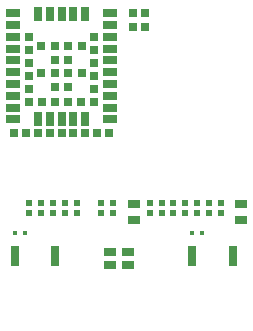
<source format=gtp>
G04*
G04 #@! TF.GenerationSoftware,Altium Limited,Altium Designer,21.6.4 (81)*
G04*
G04 Layer_Color=8421504*
%FSLAX44Y44*%
%MOMM*%
G71*
G04*
G04 #@! TF.SameCoordinates,2E20B190-24BC-4988-8018-A0B7A5D4220C*
G04*
G04*
G04 #@! TF.FilePolarity,Positive*
G04*
G01*
G75*
%ADD15R,1.0000X0.8000*%
%ADD16R,1.0200X0.6400*%
%ADD17R,0.5500X0.5200*%
%ADD18R,1.1500X0.7000*%
%ADD19R,0.7000X1.1500*%
%ADD20R,0.7000X0.7000*%
%ADD21R,0.7000X0.7000*%
%ADD22R,0.7800X0.7400*%
%ADD23C,0.0100*%
%ADD24R,0.8000X1.7000*%
%ADD25R,0.3600X0.3500*%
D15*
X98500Y142500D02*
D03*
X113500D02*
D03*
Y153500D02*
D03*
X98500D02*
D03*
D16*
X119000Y181150D02*
D03*
Y194850D02*
D03*
X209000Y194850D02*
D03*
Y181150D02*
D03*
D17*
X30000Y187000D02*
D03*
Y195000D02*
D03*
X40000Y187000D02*
D03*
Y195000D02*
D03*
X70000D02*
D03*
Y187000D02*
D03*
X60000D02*
D03*
Y195000D02*
D03*
X50000Y187000D02*
D03*
Y195000D02*
D03*
X142000D02*
D03*
Y187000D02*
D03*
X101000D02*
D03*
Y195000D02*
D03*
X132000D02*
D03*
Y187000D02*
D03*
X91000D02*
D03*
Y195000D02*
D03*
X162000Y187000D02*
D03*
Y195000D02*
D03*
X172000Y187000D02*
D03*
Y195000D02*
D03*
X192000Y187000D02*
D03*
Y195000D02*
D03*
X182000Y187000D02*
D03*
Y195000D02*
D03*
X152000Y187000D02*
D03*
Y195000D02*
D03*
D18*
X98500Y266000D02*
D03*
Y276000D02*
D03*
Y286000D02*
D03*
Y296000D02*
D03*
Y306000D02*
D03*
Y316000D02*
D03*
Y326000D02*
D03*
Y336000D02*
D03*
Y346000D02*
D03*
Y356000D02*
D03*
X16000D02*
D03*
Y346000D02*
D03*
Y336000D02*
D03*
Y326000D02*
D03*
Y316000D02*
D03*
Y306000D02*
D03*
Y296000D02*
D03*
Y286000D02*
D03*
Y276000D02*
D03*
Y266000D02*
D03*
D19*
X37250Y355250D02*
D03*
X47250D02*
D03*
X57250D02*
D03*
X67250D02*
D03*
X77250D02*
D03*
Y266750D02*
D03*
X67250D02*
D03*
X57250D02*
D03*
X47250D02*
D03*
X37250D02*
D03*
D20*
X74500Y328250D02*
D03*
X63000D02*
D03*
X51500D02*
D03*
X40000D02*
D03*
Y305250D02*
D03*
X51500Y316750D02*
D03*
X63000D02*
D03*
Y293750D02*
D03*
X74500Y305250D02*
D03*
X63000D02*
D03*
X51500D02*
D03*
Y293750D02*
D03*
D21*
X84750Y280500D02*
D03*
Y291500D02*
D03*
Y302500D02*
D03*
Y313500D02*
D03*
Y324500D02*
D03*
Y335500D02*
D03*
X29750D02*
D03*
Y324500D02*
D03*
Y313500D02*
D03*
Y302500D02*
D03*
Y291500D02*
D03*
Y280500D02*
D03*
X40750D02*
D03*
X51750D02*
D03*
X62750D02*
D03*
X73750D02*
D03*
X17250Y254500D02*
D03*
X27250D02*
D03*
X37250D02*
D03*
X47250D02*
D03*
X57250D02*
D03*
X67250D02*
D03*
X77250D02*
D03*
X87250D02*
D03*
X97250D02*
D03*
D22*
X118000Y344000D02*
D03*
X127800D02*
D03*
Y356000D02*
D03*
X118000D02*
D03*
D23*
X97300Y93650D02*
D03*
Y106350D02*
D03*
X110000Y93650D02*
D03*
Y106350D02*
D03*
X122700Y93650D02*
D03*
Y106350D02*
D03*
D24*
X168000Y150000D02*
D03*
X202000D02*
D03*
X18000D02*
D03*
X52000D02*
D03*
D25*
X176200Y170000D02*
D03*
X167800D02*
D03*
X26200D02*
D03*
X17800D02*
D03*
M02*

</source>
